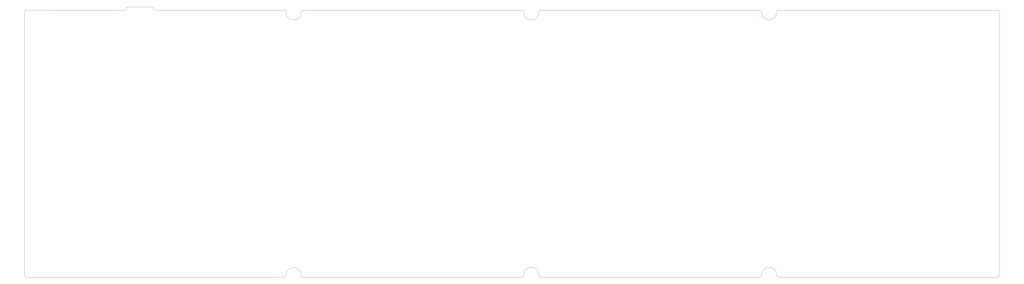
<source format=gm1>
G04 #@! TF.GenerationSoftware,KiCad,Pcbnew,(5.1.4)-1*
G04 #@! TF.CreationDate,2020-09-26T23:04:53-04:00*
G04 #@! TF.ProjectId,southpawpcbv2,736f7574-6870-4617-9770-636276322e6b,rev?*
G04 #@! TF.SameCoordinates,Original*
G04 #@! TF.FileFunction,Profile,NP*
%FSLAX46Y46*%
G04 Gerber Fmt 4.6, Leading zero omitted, Abs format (unit mm)*
G04 Created by KiCad (PCBNEW (5.1.4)-1) date 2020-09-26 23:04:53*
%MOMM*%
%LPD*%
G04 APERTURE LIST*
%ADD10C,0.050000*%
G04 APERTURE END LIST*
D10*
X-40005000Y-6223000D02*
X-40002444Y95447427D01*
X245725500Y-6207250D02*
G75*
G02X251425500Y-6207250I2850000J0D01*
G01*
X153575500Y-6207250D02*
G75*
G02X159275500Y-6207250I2850000J0D01*
G01*
X10287000Y96393000D02*
X60475500Y96392750D01*
X381000Y97663000D02*
X9017000Y97663000D01*
X9017000Y97663000D02*
G75*
G02X10287000Y96393000I0J-1270000D01*
G01*
X-889000Y96393000D02*
G75*
G02X381000Y97663000I1270000J0D01*
G01*
X153575500Y-6207250D02*
G75*
G02X152625500Y-7157250I-950000J0D01*
G01*
X244775500Y96392750D02*
G75*
G02X245725500Y95442750I0J-950000D01*
G01*
X152625500Y-7157250D02*
X68075500Y-7157250D01*
X244775500Y-7157250D02*
X160225500Y-7157250D01*
X152625500Y96392750D02*
G75*
G02X153575500Y95442750I0J-950000D01*
G01*
X-23124500Y96392750D02*
X-889000Y96393000D01*
X160225500Y-7157250D02*
G75*
G02X159275500Y-6207250I0J950000D01*
G01*
X68075500Y-7157250D02*
G75*
G02X67125500Y-6207250I0J950000D01*
G01*
X67125500Y95442750D02*
G75*
G02X68075500Y96392750I950000J0D01*
G01*
X336925500Y96392750D02*
G75*
G02X337875500Y95442750I0J-950000D01*
G01*
X68075500Y96392750D02*
X152625500Y96392750D01*
X159275500Y95442750D02*
G75*
G02X160225500Y96392750I950000J0D01*
G01*
X-39055000Y-7173000D02*
G75*
G02X-40005000Y-6223000I0J950000D01*
G01*
X-40002444Y95447427D02*
G75*
G02X-39052444Y96397427I950000J0D01*
G01*
X160225500Y96392750D02*
X244775500Y96392750D01*
X61425500Y-6207250D02*
G75*
G02X67125500Y-6207250I2850000J0D01*
G01*
X245725500Y-6207250D02*
G75*
G02X244775500Y-7157250I-950000J0D01*
G01*
X60475500Y-7157250D02*
X-39055000Y-7173000D01*
X60475500Y96392750D02*
G75*
G02X61425500Y95442750I0J-950000D01*
G01*
X61425500Y-6207250D02*
G75*
G02X60475500Y-7157250I-950000J0D01*
G01*
X251425500Y95442750D02*
G75*
G02X245725500Y95442750I-2850000J0D01*
G01*
X252375500Y96392750D02*
X336925500Y96392750D01*
X67125500Y95442750D02*
G75*
G02X61425500Y95442750I-2850000J0D01*
G01*
X252375500Y-7157250D02*
X336925500Y-7157250D01*
X252375500Y-7157250D02*
G75*
G02X251425500Y-6207250I0J950000D01*
G01*
X337875500Y-6207250D02*
X337875500Y95442750D01*
X-23124500Y96392750D02*
X-39052444Y96397427D01*
X337875500Y-6207250D02*
G75*
G02X336925500Y-7157250I-950000J0D01*
G01*
X251425500Y95442750D02*
G75*
G02X252375500Y96392750I950000J0D01*
G01*
X159275500Y95442750D02*
G75*
G02X153575500Y95442750I-2850000J0D01*
G01*
M02*

</source>
